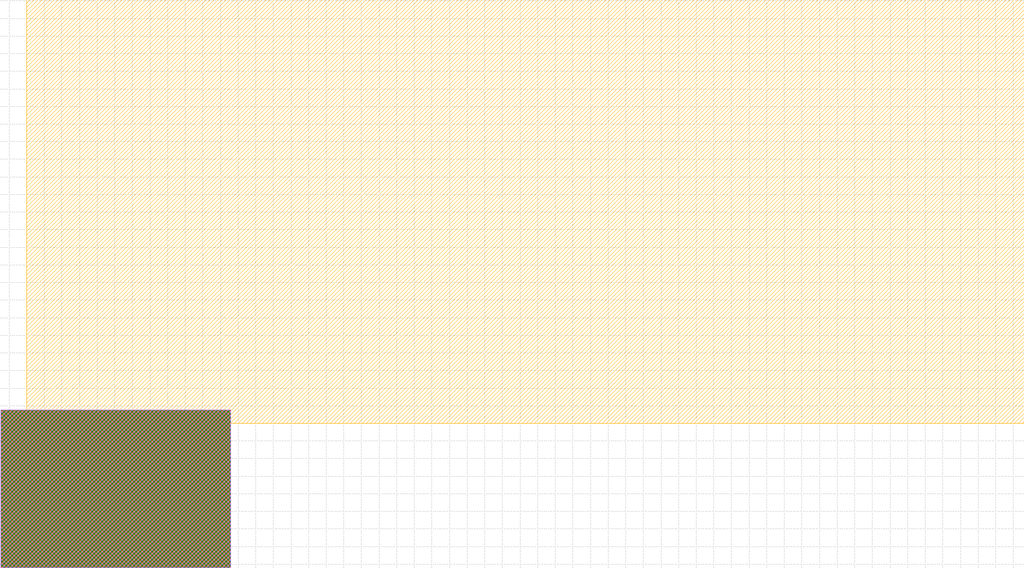
<source format=lef>
VERSION 5.8 ;
BUSBITCHARS "[]" ;
DIVIDERCHAR "/" ;

PROPERTYDEFINITIONS
  LAYER LEF58_TYPE STRING ;
  LAYER LEF58_WIDTH STRING ;
END PROPERTYDEFINITIONS

UNITS
  DATABASE MICRONS 1000 ;
END UNITS
MANUFACTURINGGRID 0.001 ;
LAYER NWELL
  TYPE MASTERSLICE ;
  PROPERTY LEF58_TYPE "TYPE NWELL ;" ;
  PROPERTY LEF58_WIDTH "WIDTH 0.23 ;" ;
END NWELL

LAYER DIFF
  TYPE MASTERSLICE ;
  PROPERTY LEF58_TYPE "TYPE DIFFUSION ;" ;
  PROPERTY LEF58_WIDTH "WIDTH 0.044 ;" ;
END DIFF

LAYER DIFF_18
  TYPE MASTERSLICE ;
  PROPERTY LEF58_TYPE "TYPE DIFFUSION ;" ;
  PROPERTY LEF58_WIDTH "WIDTH 0.33 ;" ;
END DIFF_18

LAYER DIFF_25
  TYPE MASTERSLICE ;
  PROPERTY LEF58_TYPE "TYPE DIFFUSION ;" ;
  PROPERTY LEF58_WIDTH "WIDTH 0.33 ;" ;
END DIFF_25

LAYER PIMP
  TYPE IMPLANT ;
  WIDTH 0.102 ;
  SPACING 0.17 ;
END PIMP

LAYER NIMP
  TYPE IMPLANT ;
  WIDTH 0.102 ;
  SPACING 0.17 ;
END NIMP

LAYER M1
  TYPE ROUTING ;
  DIRECTION HORIZONTAL ;
  PITCH 0.13 0.13 ;
  WIDTH 0.05 ;
  OFFSET 0.1 0.1 ;
  AREA 0.01 ;
  SPACING 0.05 ;
  WIREEXTENSION 0.105 ;
  MAXWIDTH 5 ;
  MINENCLOSEDAREA 0.2 ;
  RESISTANCE RPERSQ 0.1 ;
END M1

LAYER VIA1
  TYPE CUT ;
  SPACING 0.07 ;
  SPACING 0.07 LAYER M1 ;
  WIDTH 0.05 ;
  RESISTANCE 1.5 ;
END VIA1

LAYER M2
  TYPE ROUTING ;
  DIRECTION VERTICAL ;
  PITCH 0.164 0.164 ;
  WIDTH 0.056 ;
  OFFSET 0.15 0.15 ;
  AREA 0.016 ;
  SPACING 0.056 ;
  WIREEXTENSION 0.105 ;
  MAXWIDTH 5 ;
  MINENCLOSEDAREA 0.2 ;
  RESISTANCE RPERSQ 0.1 ;
END M2

LAYER VIA2
  TYPE CUT ;
  SPACING 0.07 ;
  SPACING 0.07 LAYER M2 ;
  WIDTH 0.05 ;
  RESISTANCE 1.5 ;
END VIA2

LAYER M3
  TYPE ROUTING ;
  DIRECTION HORIZONTAL ;
  PITCH 0.164 0.164 ;
  WIDTH 0.056 ;
  OFFSET 0.15 0.15 ;
  AREA 0.016 ;
  SPACING 0.056 ;
  WIREEXTENSION 0.105 ;
  MAXWIDTH 5 ;
  MINENCLOSEDAREA 0.2 ;
  RESISTANCE RPERSQ 0.1 ;
END M3

LAYER VIA3
  TYPE CUT ;
  SPACING 0.07 ;
  SPACING 0.07 LAYER M3 ;
  WIDTH 0.05 ;
  RESISTANCE 1.5 ;
END VIA3

LAYER M4
  TYPE ROUTING ;
  DIRECTION VERTICAL ;
  PITCH 0.164 0.164 ;
  WIDTH 0.056 ;
  OFFSET 0.15 0.15 ;
  AREA 0.016 ;
  SPACING 0.056 ;
  WIREEXTENSION 0.105 ;
  MAXWIDTH 5 ;
  MINENCLOSEDAREA 0.2 ;
  RESISTANCE RPERSQ 0.1 ;
END M4

LAYER VIA4
  TYPE CUT ;
  SPACING 0.07 ;
  SPACING 0.07 LAYER M4 ;
  WIDTH 0.05 ;
  RESISTANCE 1.5 ;
END VIA4

LAYER M5
  TYPE ROUTING ;
  DIRECTION HORIZONTAL ;
  PITCH 0.164 0.164 ;
  WIDTH 0.056 ;
  OFFSET 0.15 0.15 ;
  AREA 0.016 ;
  SPACING 0.056 ;
  MAXWIDTH 5 ;
  MINENCLOSEDAREA 0.2 ;
  RESISTANCE RPERSQ 0.1 ;
END M5

LAYER VIA5
  TYPE CUT ;
  SPACING 0.07 ;
  SPACING 0.07 LAYER M5 ;
  WIDTH 0.05 ;
  RESISTANCE 1.5 ;
END VIA5

LAYER M6
  TYPE ROUTING ;
  DIRECTION VERTICAL ;
  PITCH 0.164 0.164 ;
  WIDTH 0.056 ;
  OFFSET 0.15 0.15 ;
  AREA 0.016 ;
  SPACING 0.056 ;
  MAXWIDTH 5 ;
  MINENCLOSEDAREA 0.2 ;
  RESISTANCE RPERSQ 0.1 ;
END M6

LAYER VIA6
  TYPE CUT ;
  SPACING 0.07 ;
  SPACING 0.07 LAYER M6 ;
  WIDTH 0.05 ;
  RESISTANCE 1.5 ;
END VIA6

LAYER M7
  TYPE ROUTING ;
  DIRECTION HORIZONTAL ;
  PITCH 0.164 0.164 ;
  WIDTH 0.056 ;
  OFFSET 0.15 0.15 ;
  AREA 0.016 ;
  SPACING 0.056 ;
  MAXWIDTH 5 ;
  MINENCLOSEDAREA 0.2 ;
  RESISTANCE RPERSQ 0.1 ;
END M7

LAYER M8
  TYPE ROUTING ;
  DIRECTION VERTICAL ;
  PITCH 0.164 0.164 ;
  WIDTH 0.056 ;
  OFFSET 0.15 0.15 ;
  AREA 0.016 ;
  SPACING 0.056 ;
  MAXWIDTH 5 ;
  MINENCLOSEDAREA 0.2 ;
  RESISTANCE RPERSQ 0.1 ;
END M8

LAYER M9
  TYPE ROUTING ;
  DIRECTION HORIZONTAL ;
  PITCH 1.74 1.74 ;
  WIDTH 0.16 ;
  OFFSET 0.15 0.15 ;
  AREA 0.055 ;
  SPACING 0.16 ;
  MAXWIDTH 10 ;
  MINENCLOSEDAREA 0.2 ;
  RESISTANCE RPERSQ 0.28 ;
END M9

LAYER MRDL
  TYPE ROUTING ;
  DIRECTION VERTICAL ;
  PITCH 4.5 4.5 ;
  WIDTH 2 ;
  OFFSET 0.15 0.15 ;
  SPACING 2 ;
  MAXWIDTH 30 ;
  RESISTANCE RPERSQ 0.35 ;
END MRDL

LAYER VIARDL
  TYPE CUT ;
  SPACING 2 ;
  WIDTH 2 ;
  RESISTANCE 0.05 ;
END VIARDL

LAYER VIA7
  TYPE CUT ;
  SPACING 0.07 ;
  SPACING 0.08 LAYER M7 ;
  WIDTH 0.05 ;
  RESISTANCE 1.5 ;
END VIA7

LAYER VIA8
  TYPE CUT ;
  SPACING 0.12 ;
  SPACING 0.08 LAYER M8 ;
  WIDTH 0.13 ;
  RESISTANCE 0.1 ;
END VIA8

LAYER CO
  TYPE CUT ;
  SPACING 0.05 ;
  WIDTH 0.042 ;
END CO

LAYER OVERLAP
  TYPE OVERLAP ;
END OVERLAP

VIARULE DIFFCON GENERATE DEFAULT
  LAYER DIFF ;
    ENCLOSURE 0.02 0.01 ;
  LAYER M1 ;
    ENCLOSURE 0.035 0.004 ;
  LAYER CO ;
    RECT -0.021 -0.021 0.021 0.021 ;
    SPACING 0.092 BY 0.092 ;
END DIFFCON

VIARULE DIFFCONC GENERATE
  LAYER DIFF ;
    ENCLOSURE 0.01 0.02 ;
  LAYER M1 ;
    ENCLOSURE 0.035 0.004 ;
  LAYER CO ;
    RECT -0.021 -0.021 0.021 0.021 ;
    SPACING 0.092 BY 0.092 ;
END DIFFCONC

VIARULE VIA12 GENERATE DEFAULT
  LAYER M1 ;
    ENCLOSURE 0.03 0.005 ;
  LAYER M2 ;
    ENCLOSURE 0.03 0.005 ;
  LAYER VIA1 ;
    RECT -0.025 -0.025 0.025 0.025 ;
    SPACING 0.12 BY 0.12 ;
    RESISTANCE 1.500000 ;
END VIA12

VIARULE VIA12C GENERATE DEFAULT
  LAYER M1 ;
    ENCLOSURE 0.005 0.03 ;
  LAYER M2 ;
    ENCLOSURE 0.03 0.005 ;
  LAYER VIA1 ;
    RECT -0.025 -0.025 0.025 0.025 ;
    SPACING 0.12 BY 0.12 ;
    RESISTANCE 1.500000 ;
END VIA12C

VIARULE VIA12BAR GENERATE DEFAULT
  LAYER M1 ;
    ENCLOSURE 0.03 0.005 ;
  LAYER M2 ;
    ENCLOSURE 0.03 0.005 ;
  LAYER VIA1 ;
    RECT -0.025 -0.05 0.025 0.05 ;
    SPACING 0.135 BY 0.185 ;
    RESISTANCE 1.000000 ;
END VIA12BAR

VIARULE VIA12BARC GENERATE DEFAULT
  LAYER M1 ;
    ENCLOSURE 0.005 0.03 ;
  LAYER M2 ;
    ENCLOSURE 0.03 0.005 ;
  LAYER VIA1 ;
    RECT -0.025 -0.05 0.025 0.05 ;
    SPACING 0.135 BY 0.185 ;
    RESISTANCE 1.000000 ;
END VIA12BARC

VIARULE VIA12LG GENERATE DEFAULT
  LAYER M1 ;
    ENCLOSURE 0.03 0.005 ;
  LAYER M2 ;
    ENCLOSURE 0.03 0.005 ;
  LAYER VIA1 ;
    RECT -0.05 -0.05 0.05 0.05 ;
    SPACING 0.185 BY 0.185 ;
    RESISTANCE 0.500000 ;
END VIA12LG

VIARULE VIA12LGC GENERATE DEFAULT
  LAYER M1 ;
    ENCLOSURE 0.005 0.03 ;
  LAYER M2 ;
    ENCLOSURE 0.03 0.005 ;
  LAYER VIA1 ;
    RECT -0.05 -0.05 0.05 0.05 ;
    SPACING 0.185 BY 0.185 ;
    RESISTANCE 0.500000 ;
END VIA12LGC

VIARULE VIA23 GENERATE DEFAULT
  LAYER M2 ;
    ENCLOSURE 0.03 0.005 ;
  LAYER M3 ;
    ENCLOSURE 0.03 0.005 ;
  LAYER VIA2 ;
    RECT -0.025 -0.025 0.025 0.025 ;
    SPACING 0.12 BY 0.12 ;
    RESISTANCE 1.500000 ;
END VIA23

VIARULE VIA23C GENERATE DEFAULT
  LAYER M2 ;
    ENCLOSURE 0.005 0.03 ;
  LAYER M3 ;
    ENCLOSURE 0.03 0.005 ;
  LAYER VIA2 ;
    RECT -0.025 -0.025 0.025 0.025 ;
    SPACING 0.12 BY 0.12 ;
    RESISTANCE 1.500000 ;
END VIA23C

VIARULE VIA23BAR GENERATE DEFAULT
  LAYER M2 ;
    ENCLOSURE 0.03 0.005 ;
  LAYER M3 ;
    ENCLOSURE 0.03 0.005 ;
  LAYER VIA2 ;
    RECT -0.025 -0.05 0.025 0.05 ;
    SPACING 0.135 BY 0.185 ;
    RESISTANCE 1.000000 ;
END VIA23BAR

VIARULE VIA23BARC GENERATE DEFAULT
  LAYER M2 ;
    ENCLOSURE 0.005 0.03 ;
  LAYER M3 ;
    ENCLOSURE 0.03 0.005 ;
  LAYER VIA2 ;
    RECT -0.025 -0.05 0.025 0.05 ;
    SPACING 0.135 BY 0.185 ;
    RESISTANCE 1.000000 ;
END VIA23BARC

VIARULE VIA23LG GENERATE DEFAULT
  LAYER M2 ;
    ENCLOSURE 0.03 0.005 ;
  LAYER M3 ;
    ENCLOSURE 0.03 0.005 ;
  LAYER VIA2 ;
    RECT -0.05 -0.05 0.05 0.05 ;
    SPACING 0.185 BY 0.185 ;
    RESISTANCE 0.500000 ;
END VIA23LG

VIARULE VIA23LGC GENERATE DEFAULT
  LAYER M2 ;
    ENCLOSURE 0.005 0.03 ;
  LAYER M3 ;
    ENCLOSURE 0.03 0.005 ;
  LAYER VIA2 ;
    RECT -0.05 -0.05 0.05 0.05 ;
    SPACING 0.185 BY 0.185 ;
    RESISTANCE 0.500000 ;
END VIA23LGC

VIARULE VIA34 GENERATE DEFAULT
  LAYER M3 ;
    ENCLOSURE 0.03 0.005 ;
  LAYER M4 ;
    ENCLOSURE 0.03 0.005 ;
  LAYER VIA3 ;
    RECT -0.025 -0.025 0.025 0.025 ;
    SPACING 0.12 BY 0.12 ;
    RESISTANCE 1.500000 ;
END VIA34

VIARULE VIA34C GENERATE DEFAULT
  LAYER M3 ;
    ENCLOSURE 0.005 0.03 ;
  LAYER M4 ;
    ENCLOSURE 0.03 0.005 ;
  LAYER VIA3 ;
    RECT -0.025 -0.025 0.025 0.025 ;
    SPACING 0.12 BY 0.12 ;
    RESISTANCE 1.500000 ;
END VIA34C

VIARULE VIA34BAR GENERATE DEFAULT
  LAYER M3 ;
    ENCLOSURE 0.03 0.005 ;
  LAYER M4 ;
    ENCLOSURE 0.03 0.005 ;
  LAYER VIA3 ;
    RECT -0.025 -0.05 0.025 0.05 ;
    SPACING 0.135 BY 0.185 ;
    RESISTANCE 1.000000 ;
END VIA34BAR

VIARULE VIA34BARC GENERATE DEFAULT
  LAYER M3 ;
    ENCLOSURE 0.005 0.03 ;
  LAYER M4 ;
    ENCLOSURE 0.03 0.005 ;
  LAYER VIA3 ;
    RECT -0.025 -0.05 0.025 0.05 ;
    SPACING 0.135 BY 0.185 ;
    RESISTANCE 1.000000 ;
END VIA34BARC

VIARULE VIA34LG GENERATE DEFAULT
  LAYER M3 ;
    ENCLOSURE 0.03 0.005 ;
  LAYER M4 ;
    ENCLOSURE 0.03 0.005 ;
  LAYER VIA3 ;
    RECT -0.05 -0.05 0.05 0.05 ;
    SPACING 0.185 BY 0.185 ;
    RESISTANCE 0.500000 ;
END VIA34LG

VIARULE VIA34LGC GENERATE DEFAULT
  LAYER M3 ;
    ENCLOSURE 0.005 0.03 ;
  LAYER M4 ;
    ENCLOSURE 0.03 0.005 ;
  LAYER VIA3 ;
    RECT -0.05 -0.05 0.05 0.05 ;
    SPACING 0.185 BY 0.185 ;
    RESISTANCE 0.500000 ;
END VIA34LGC

VIARULE VIA45 GENERATE DEFAULT
  LAYER M4 ;
    ENCLOSURE 0.03 0.005 ;
  LAYER M5 ;
    ENCLOSURE 0.03 0.005 ;
  LAYER VIA4 ;
    RECT -0.025 -0.025 0.025 0.025 ;
    SPACING 0.12 BY 0.12 ;
    RESISTANCE 1.500000 ;
END VIA45

VIARULE VIA45C GENERATE
  LAYER M4 ;
    ENCLOSURE 0.005 0.03 ;
  LAYER M5 ;
    ENCLOSURE 0.03 0.005 ;
  LAYER VIA4 ;
    RECT -0.025 -0.025 0.025 0.025 ;
    SPACING 0.12 BY 0.12 ;
    RESISTANCE 1.500000 ;
END VIA45C

VIARULE VIA45BAR GENERATE DEFAULT
  LAYER M4 ;
    ENCLOSURE 0.03 0.005 ;
  LAYER M5 ;
    ENCLOSURE 0.03 0.005 ;
  LAYER VIA4 ;
    RECT -0.025 -0.05 0.025 0.05 ;
    SPACING 0.135 BY 0.185 ;
    RESISTANCE 1.000000 ;
END VIA45BAR

VIARULE VIA45BARC GENERATE
  LAYER M4 ;
    ENCLOSURE 0.005 0.03 ;
  LAYER M5 ;
    ENCLOSURE 0.03 0.005 ;
  LAYER VIA4 ;
    RECT -0.025 -0.05 0.025 0.05 ;
    SPACING 0.135 BY 0.185 ;
    RESISTANCE 1.000000 ;
END VIA45BARC

VIARULE VIA45LG GENERATE DEFAULT
  LAYER M4 ;
    ENCLOSURE 0.03 0.005 ;
  LAYER M5 ;
    ENCLOSURE 0.03 0.005 ;
  LAYER VIA4 ;
    RECT -0.05 -0.05 0.05 0.05 ;
    SPACING 0.185 BY 0.185 ;
    RESISTANCE 0.500000 ;
END VIA45LG

VIARULE VIA45LGC GENERATE
  LAYER M4 ;
    ENCLOSURE 0.005 0.03 ;
  LAYER M5 ;
    ENCLOSURE 0.03 0.005 ;
  LAYER VIA4 ;
    RECT -0.05 -0.05 0.05 0.05 ;
    SPACING 0.185 BY 0.185 ;
    RESISTANCE 0.500000 ;
END VIA45LGC

VIARULE VIA56 GENERATE DEFAULT
  LAYER M5 ;
    ENCLOSURE 0.03 0.005 ;
  LAYER M6 ;
    ENCLOSURE 0.03 0.005 ;
  LAYER VIA5 ;
    RECT -0.025 -0.025 0.025 0.025 ;
    SPACING 0.12 BY 0.12 ;
    RESISTANCE 1.500000 ;
END VIA56

VIARULE VIA56C GENERATE
  LAYER M5 ;
    ENCLOSURE 0.005 0.03 ;
  LAYER M6 ;
    ENCLOSURE 0.03 0.005 ;
  LAYER VIA5 ;
    RECT -0.025 -0.025 0.025 0.025 ;
    SPACING 0.12 BY 0.12 ;
    RESISTANCE 1.500000 ;
END VIA56C

VIARULE VIA56BAR GENERATE DEFAULT
  LAYER M5 ;
    ENCLOSURE 0.03 0.005 ;
  LAYER M6 ;
    ENCLOSURE 0.03 0.005 ;
  LAYER VIA5 ;
    RECT -0.025 -0.05 0.025 0.05 ;
    SPACING 0.135 BY 0.185 ;
    RESISTANCE 1.000000 ;
END VIA56BAR

VIARULE VIA56BARC GENERATE
  LAYER M5 ;
    ENCLOSURE 0.005 0.03 ;
  LAYER M6 ;
    ENCLOSURE 0.03 0.005 ;
  LAYER VIA5 ;
    RECT -0.025 -0.05 0.025 0.05 ;
    SPACING 0.135 BY 0.185 ;
    RESISTANCE 1.000000 ;
END VIA56BARC

VIARULE VIA56LG GENERATE DEFAULT
  LAYER M5 ;
    ENCLOSURE 0.03 0.005 ;
  LAYER M6 ;
    ENCLOSURE 0.03 0.005 ;
  LAYER VIA5 ;
    RECT -0.05 -0.05 0.05 0.05 ;
    SPACING 0.185 BY 0.185 ;
    RESISTANCE 0.500000 ;
END VIA56LG

VIARULE VIA56LGC GENERATE
  LAYER M5 ;
    ENCLOSURE 0.005 0.03 ;
  LAYER M6 ;
    ENCLOSURE 0.03 0.005 ;
  LAYER VIA5 ;
    RECT -0.05 -0.05 0.05 0.05 ;
    SPACING 0.185 BY 0.185 ;
    RESISTANCE 0.500000 ;
END VIA56LGC

VIARULE VIA67 GENERATE DEFAULT
  LAYER M6 ;
    ENCLOSURE 0.03 0.005 ;
  LAYER M7 ;
    ENCLOSURE 0.03 0.005 ;
  LAYER VIA6 ;
    RECT -0.025 -0.025 0.025 0.025 ;
    SPACING 0.12 BY 0.12 ;
    RESISTANCE 1.500000 ;
END VIA67

VIARULE VIA67C GENERATE
  LAYER M6 ;
    ENCLOSURE 0.005 0.03 ;
  LAYER M7 ;
    ENCLOSURE 0.03 0.005 ;
  LAYER VIA6 ;
    RECT -0.025 -0.025 0.025 0.025 ;
    SPACING 0.12 BY 0.12 ;
    RESISTANCE 1.500000 ;
END VIA67C

VIARULE VIA67BAR GENERATE DEFAULT
  LAYER M6 ;
    ENCLOSURE 0.03 0.005 ;
  LAYER M7 ;
    ENCLOSURE 0.03 0.005 ;
  LAYER VIA6 ;
    RECT -0.025 -0.05 0.025 0.05 ;
    SPACING 0.135 BY 0.185 ;
    RESISTANCE 1.000000 ;
END VIA67BAR

VIARULE VIA67BARC GENERATE
  LAYER M6 ;
    ENCLOSURE 0.005 0.03 ;
  LAYER M7 ;
    ENCLOSURE 0.03 0.005 ;
  LAYER VIA6 ;
    RECT -0.025 -0.05 0.025 0.05 ;
    SPACING 0.135 BY 0.185 ;
    RESISTANCE 1.000000 ;
END VIA67BARC

VIARULE VIA67LG GENERATE DEFAULT
  LAYER M6 ;
    ENCLOSURE 0.03 0.005 ;
  LAYER M7 ;
    ENCLOSURE 0.03 0.005 ;
  LAYER VIA6 ;
    RECT -0.05 -0.05 0.05 0.05 ;
    SPACING 0.185 BY 0.185 ;
    RESISTANCE 0.500000 ;
END VIA67LG

VIARULE VIA67LGC GENERATE
  LAYER M6 ;
    ENCLOSURE 0.005 0.03 ;
  LAYER M7 ;
    ENCLOSURE 0.03 0.005 ;
  LAYER VIA6 ;
    RECT -0.05 -0.05 0.05 0.05 ;
    SPACING 0.185 BY 0.185 ;
    RESISTANCE 0.500000 ;
END VIA67LGC

VIARULE VIA78 GENERATE DEFAULT
  LAYER M7 ;
    ENCLOSURE 0.03 0.005 ;
  LAYER M8 ;
    ENCLOSURE 0.03 0.005 ;
  LAYER VIA7 ;
    RECT -0.025 -0.025 0.025 0.025 ;
    SPACING 0.12 BY 0.12 ;
    RESISTANCE 1.500000 ;
END VIA78

VIARULE VIA78C GENERATE
  LAYER M7 ;
    ENCLOSURE 0.005 0.03 ;
  LAYER M8 ;
    ENCLOSURE 0.03 0.005 ;
  LAYER VIA7 ;
    RECT -0.025 -0.025 0.025 0.025 ;
    SPACING 0.12 BY 0.12 ;
    RESISTANCE 1.500000 ;
END VIA78C

VIARULE VIA78BAR GENERATE DEFAULT
  LAYER M7 ;
    ENCLOSURE 0.03 0.005 ;
  LAYER M8 ;
    ENCLOSURE 0.03 0.005 ;
  LAYER VIA7 ;
    RECT -0.025 -0.05 0.025 0.05 ;
    SPACING 0.135 BY 0.185 ;
    RESISTANCE 1.000000 ;
END VIA78BAR

VIARULE VIA78BARC GENERATE
  LAYER M7 ;
    ENCLOSURE 0.005 0.03 ;
  LAYER M8 ;
    ENCLOSURE 0.03 0.005 ;
  LAYER VIA7 ;
    RECT -0.025 -0.05 0.025 0.05 ;
    SPACING 0.135 BY 0.185 ;
    RESISTANCE 1.000000 ;
END VIA78BARC

VIARULE VIA78LG GENERATE DEFAULT
  LAYER M7 ;
    ENCLOSURE 0.03 0.005 ;
  LAYER M8 ;
    ENCLOSURE 0.03 0.005 ;
  LAYER VIA7 ;
    RECT -0.05 -0.05 0.05 0.05 ;
    SPACING 0.185 BY 0.185 ;
    RESISTANCE 0.500000 ;
END VIA78LG

VIARULE VIA78LGC GENERATE
  LAYER M7 ;
    ENCLOSURE 0.005 0.03 ;
  LAYER M8 ;
    ENCLOSURE 0.03 0.005 ;
  LAYER VIA7 ;
    RECT -0.05 -0.05 0.05 0.05 ;
    SPACING 0.185 BY 0.185 ;
    RESISTANCE 0.500000 ;
END VIA78LGC

VIARULE VIA89 GENERATE DEFAULT
  LAYER M8 ;
    ENCLOSURE 0.03 0.015 ;
  LAYER M9 ;
    ENCLOSURE 0.03 0.015 ;
  LAYER VIA8 ;
    RECT -0.065 -0.065 0.065 0.065 ;
    SPACING 0.25 BY 0.25 ;
    RESISTANCE 0.100000 ;
END VIA89

VIARULE VIA89C GENERATE
  LAYER M8 ;
    ENCLOSURE 0.015 0.03 ;
  LAYER M9 ;
    ENCLOSURE 0.03 0.015 ;
  LAYER VIA8 ;
    RECT -0.065 -0.065 0.065 0.065 ;
    SPACING 0.25 BY 0.25 ;
    RESISTANCE 0.100000 ;
END VIA89C

VIARULE VIARDL GENERATE
  LAYER M9 ;
    ENCLOSURE 0.05 0.05 ;
  LAYER MRDL ;
    ENCLOSURE 0.05 0.05 ;
  LAYER VIARDL ;
    RECT -1 -1 1 1 ;
    SPACING 4 BY 4 ;
    RESISTANCE 0.050000 ;
END VIARDL

MACRO PLL
  CLASS BLOCK ;
  SOURCE USER ;
  ORIGIN 0 0 ;
  SIZE 113.223 BY 48.108 ;
  SYMMETRY X Y R90 ;
 

  PIN Vss
    DIRECTION INPUT ;
    USE GROUND ;
    PORT
      LAYER M1 ;
        RECT 16.062 -6.38 16.112 -6.33 ;
    END
  END Vss
  PIN Vout
    DIRECTION OUTPUT ;
    USE SIGNAL ;
    PORT
      LAYER M2 ;
        RECT 21.13 -3.264 21.18 -3.214 ;
    END
  END Vout
  PIN Vdd
    DIRECTION INPUT ;
    USE POWER ;
    PORT
      LAYER M2 ;
        RECT 6.22 0.266 6.276 0.322 ;
    END
  END Vdd
  PIN gnd!
    DIRECTION INOUT ;
    USE GROUND ;
    PORT
      LAYER M2 ;
        RECT 2.724 -7.53 2.78 -7.474 ;
    END
  END gnd!
  PIN Vref
    DIRECTION INPUT ;
    USE SIGNAL ;
    PORT
      LAYER M1 ;
        RECT 0 -1.08 0.05 -1.03 ;
    END
  END Vref
  OBS
    LAYER DIFF ;
      RECT -2.963 -16.427 23.139 1.547 ;
    LAYER DIFF_18 ;
      RECT -2.963 -16.427 23.139 1.547 ;
    LAYER PO ;
      RECT -2.963 -16.427 23.139 1.547 ;
    LAYER M1 ;
      POLYGON -2.963 -16.427 -2.963 1.547 23.139 1.547 23.139 -0.98 -0.05 -0.98 -0.05 -1.13 0.1 -1.13 0.1 -0.98 23.139 -0.98 23.139 -6.28 16.012 -6.28 16.012 -6.43 16.162 -6.43 16.162 -6.28 23.139 -6.28 23.139 -16.427 ;
    LAYER VIA1 ;
      RECT -2.963 -16.427 23.139 1.547 ;
    LAYER M2 ;
      POLYGON -2.963 -16.427 -2.963 1.547 23.139 1.547 23.139 0.378 6.164 0.378 6.164 0.21 6.332 0.21 6.332 0.378 23.139 0.378 23.139 -3.158 21.074 -3.158 21.074 -3.32 21.236 -3.32 21.236 -3.158 23.139 -3.158 23.139 -7.418 2.668 -7.418 2.668 -7.586 2.836 -7.586 2.836 -7.418 23.139 -7.418 23.139 -16.427 ;
    LAYER VIA2 ;
      RECT -2.963 -16.427 23.139 1.547 ;
    LAYER M3 ;
      RECT -2.963 -16.427 23.139 1.547 ;
    LAYER VIA3 ;
      RECT -2.963 -16.427 23.139 1.547 ;
    LAYER M4 ;
      RECT -2.963 -16.427 23.139 1.547 ;
    LAYER VIA4 ;
      RECT -2.963 -16.427 23.139 1.547 ;
    LAYER M5 ;
      RECT -2.963 -16.427 23.139 1.547 ;
    LAYER VIA5 ;
      RECT -2.963 -16.427 23.139 1.547 ;
    LAYER M6 ;
      RECT -2.963 -16.427 23.139 1.547 ;
    LAYER VIA6 ;
      RECT -2.963 -16.427 23.139 1.547 ;
    LAYER M7 ;
      RECT -2.963 -16.427 23.139 1.547 ;
    LAYER VIA7 ;
      RECT -2.963 -16.427 23.139 1.547 ;
    LAYER M8 ;
      RECT -2.963 -16.427 23.139 1.547 ;
    LAYER VIA8 ;
      RECT -2.963 -16.427 23.139 1.547 ;
    LAYER M9 ;
      RECT -2.963 -16.427 23.139 1.547 ;
    LAYER CO ;
      RECT -2.963 -16.427 23.139 1.547 ;
    LAYER M1PIN ;
      RECT -2.963 -16.427 23.139 1.547 ;
    LAYER M2PIN ;
      RECT -2.963 -16.427 23.139 1.547 ;
    LAYER M3PIN ;
      RECT -2.963 -16.427 23.139 1.547 ;
    LAYER M4PIN ;
      RECT -2.963 -16.427 23.139 1.547 ;
    LAYER M5PIN ;
      RECT -2.963 -16.427 23.139 1.547 ;
    LAYER M6PIN ;
      RECT -2.963 -16.427 23.139 1.547 ;
    LAYER M7PIN ;
      RECT -2.963 -16.427 23.139 1.547 ;
    LAYER M8PIN ;
      RECT -2.963 -16.427 23.139 1.547 ;
    LAYER M9PIN ;
      RECT -2.963 -16.427 23.139 1.547 ;
    LAYER MRDL ;
      RECT -2.963 -16.427 23.139 1.547 ;
    LAYER VIARDL ;
      RECT -2.963 -16.427 23.139 1.547 ;
  END
END PLL

END LIBRARY

</source>
